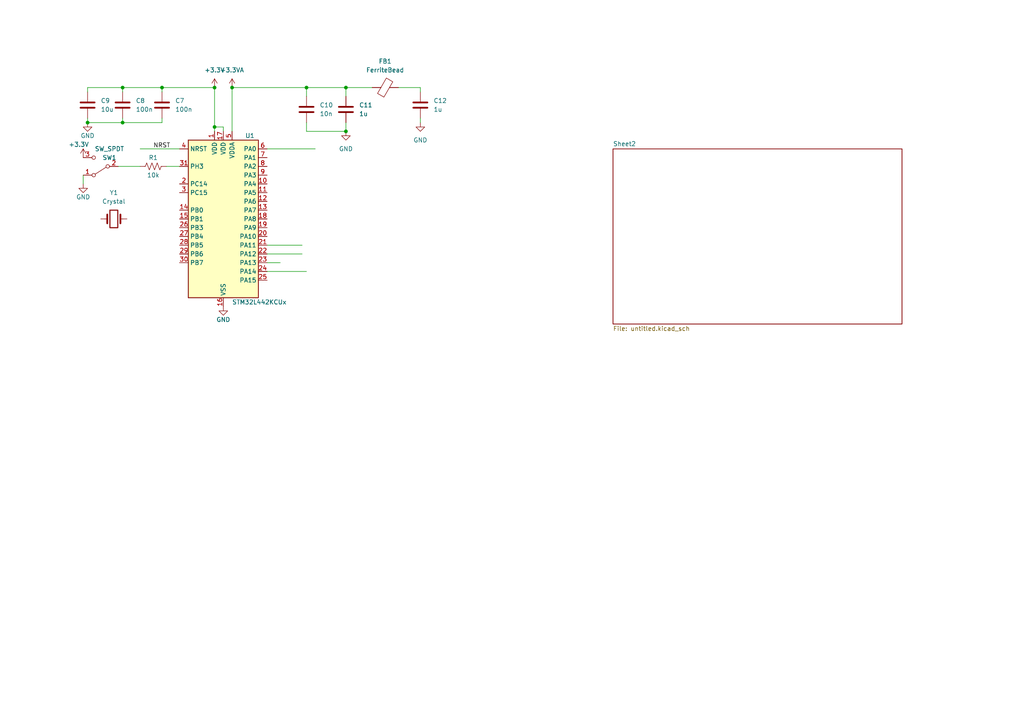
<source format=kicad_sch>
(kicad_sch (version 20230121) (generator eeschema)
  (paper "A4")
  (lib_symbols
    (symbol "Device:C" (pin_numbers hide) (pin_names (offset 0.254))
      (property "Reference" "C" (at 0.635 2.54 0))
      (property "Value" "C" (at 0.635 -2.54 0))
      (symbol "C_0_1"
        (polyline (pts (xy -2.032 -0.762) (xy 2.032 -0.762)) (stroke (width 0.508)))
        (polyline (pts (xy -2.032 0.762) (xy 2.032 0.762)) (stroke (width 0.508)))
      )
      (symbol "C_1_1"
        (pin passive line (at 0 3.81 270) (length 2.794) (name "~") (number "1"))
        (pin passive line (at 0 -3.81 90) (length 2.794) (name "~") (number "2"))
      )
    )
    (symbol "Device:Crystal" (pin_numbers hide) (pin_names (offset 1.016) hide)
      (property "Reference" "Y" (at 0 3.81 0))
      (property "Value" "Crystal" (at 0 -3.81 0))
      (symbol "Crystal_0_1"
        (rectangle (start -1.143 2.54) (end 1.143 -2.54) (stroke (width 0.3048)))
        (polyline (pts (xy -2.54 0) (xy -1.905 0)))
        (polyline (pts (xy -1.905 -1.27) (xy -1.905 1.27)) (stroke (width 0.508)))
        (polyline (pts (xy 1.905 -1.27) (xy 1.905 1.27)) (stroke (width 0.508)))
        (polyline (pts (xy 2.54 0) (xy 1.905 0)))
      )
      (symbol "Crystal_1_1"
        (pin passive line (at -3.81 0 0) (length 1.27) (name "1") (number "1"))
        (pin passive line (at 3.81 0 180) (length 1.27) (name "2") (number "2"))
      )
    )
    (symbol "Device:FerriteBead" (pin_numbers hide) (pin_names (offset 0))
      (property "Reference" "FB" (at -3.81 0.635 90))
      (property "Value" "FerriteBead" (at 3.81 0 90))
      (symbol "FerriteBead_0_1"
        (polyline (pts (xy 0 -1.27) (xy 0 -1.2192)))
        (polyline (pts (xy 0 1.27) (xy 0 1.2954)))
        (polyline (pts (xy -2.7686 0.4064) (xy -1.7018 2.2606) (xy 2.7686 -0.3048) (xy 1.6764 -2.159) (xy -2.7686 0.4064)))
      )
      (symbol "FerriteBead_1_1"
        (pin passive line (at 0 3.81 270) (length 2.54) (name "~") (number "1"))
        (pin passive line (at 0 -3.81 90) (length 2.54) (name "~") (number "2"))
      )
    )
    (symbol "Device:R_US" (pin_numbers hide) (pin_names (offset 0))
      (property "Reference" "R" (at 2.54 0 90))
      (property "Value" "R_US" (at -2.54 0 90))
      (symbol "R_US_0_1"
        (polyline (pts (xy 0 -2.286) (xy 0 -2.54)))
        (polyline (pts (xy 0 2.286) (xy 0 2.54)))
        (polyline (pts (xy 0 -0.762) (xy 1.016 -1.143) (xy 0 -1.524) (xy -1.016 -1.905) (xy 0 -2.286)))
        (polyline (pts (xy 0 0.762) (xy 1.016 0.381) (xy 0 0) (xy -1.016 -0.381) (xy 0 -0.762)))
        (polyline (pts (xy 0 2.286) (xy 1.016 1.905) (xy 0 1.524) (xy -1.016 1.143) (xy 0 0.762)))
      )
      (symbol "R_US_1_1"
        (pin passive line (at 0 3.81 270) (length 1.27) (name "~") (number "1"))
        (pin passive line (at 0 -3.81 90) (length 1.27) (name "~") (number "2"))
      )
    )
    (symbol "MCU_ST_STM32L4:STM32L442KCUx"
      (property "Reference" "U" (at -10.16 24.13 0))
      (property "Value" "STM32L442KCUx" (at 5.08 24.13 0))
      (symbol "STM32L442KCUx_0_1"
        (rectangle (start -10.16 -22.86) (end 10.16 22.86) (stroke (width 0.254)) (fill (type background)))
      )
      (symbol "STM32L442KCUx_1_1"
        (pin power_in line (at -2.54 25.4 270) (length 2.54) (name "VDD") (number "1"))
        (pin bidirectional line (at 12.7 10.16 180) (length 2.54) (name "PA4") (number "10"))
        (pin bidirectional line (at 12.7 7.62 180) (length 2.54) (name "PA5") (number "11"))
        (pin bidirectional line (at 12.7 5.08 180) (length 2.54) (name "PA6") (number "12"))
        (pin bidirectional line (at 12.7 2.54 180) (length 2.54) (name "PA7") (number "13"))
        (pin bidirectional line (at -12.7 2.54 0) (length 2.54) (name "PB0") (number "14"))
        (pin bidirectional line (at -12.7 0 0) (length 2.54) (name "PB1") (number "15"))
        (pin power_in line (at 0 -25.4 90) (length 2.54) (name "VSS") (number "16"))
        (pin power_in line (at 0 25.4 270) (length 2.54) (name "VDD") (number "17"))
        (pin bidirectional line (at 12.7 0 180) (length 2.54) (name "PA8") (number "18"))
        (pin bidirectional line (at 12.7 -2.54 180) (length 2.54) (name "PA9") (number "19"))
        (pin bidirectional line (at -12.7 10.16 0) (length 2.54) (name "PC14") (number "2"))
        (pin bidirectional line (at 12.7 -5.08 180) (length 2.54) (name "PA10") (number "20"))
        (pin bidirectional line (at 12.7 -7.62 180) (length 2.54) (name "PA11") (number "21"))
        (pin bidirectional line (at 12.7 -10.16 180) (length 2.54) (name "PA12") (number "22"))
        (pin bidirectional line (at 12.7 -12.7 180) (length 2.54) (name "PA13") (number "23"))
        (pin bidirectional line (at 12.7 -15.24 180) (length 2.54) (name "PA14") (number "24"))
        (pin bidirectional line (at 12.7 -17.78 180) (length 2.54) (name "PA15") (number "25"))
        (pin bidirectional line (at -12.7 -2.54 0) (length 2.54) (name "PB3") (number "26"))
        (pin bidirectional line (at -12.7 -5.08 0) (length 2.54) (name "PB4") (number "27"))
        (pin bidirectional line (at -12.7 -7.62 0) (length 2.54) (name "PB5") (number "28"))
        (pin bidirectional line (at -12.7 -10.16 0) (length 2.54) (name "PB6") (number "29"))
        (pin bidirectional line (at -12.7 7.62 0) (length 2.54) (name "PC15") (number "3"))
        (pin bidirectional line (at -12.7 -12.7 0) (length 2.54) (name "PB7") (number "30"))
        (pin bidirectional line (at -12.7 15.24 0) (length 2.54) (name "PH3") (number "31"))
        (pin passive line (at 0 -25.4 90) (length 2.54) hide (name "VSS") (number "32"))
        (pin passive line (at 0 -25.4 90) (length 2.54) hide (name "VSS") (number "33"))
        (pin input line (at -12.7 20.32 0) (length 2.54) (name "NRST") (number "4"))
        (pin power_in line (at 2.54 25.4 270) (length 2.54) (name "VDDA") (number "5"))
        (pin bidirectional line (at 12.7 20.32 180) (length 2.54) (name "PA0") (number "6"))
        (pin bidirectional line (at 12.7 17.78 180) (length 2.54) (name "PA1") (number "7"))
        (pin bidirectional line (at 12.7 15.24 180) (length 2.54) (name "PA2") (number "8"))
        (pin bidirectional line (at 12.7 12.7 180) (length 2.54) (name "PA3") (number "9"))
      )
    )
    (symbol "Switch:SW_SPDT" (pin_names (offset 0) hide)
      (property "Reference" "SW" (at 0 4.318 0))
      (property "Value" "SW_SPDT" (at 0 -5.08 0))
      (symbol "SW_SPDT_0_0"
        (circle (center -2.032 0) (radius 0.508))
        (circle (center 2.032 -2.54) (radius 0.508))
      )
      (symbol "SW_SPDT_0_1"
        (polyline (pts (xy -1.524 0.254) (xy 1.651 2.286)))
        (circle (center 2.032 2.54) (radius 0.508))
      )
      (symbol "SW_SPDT_1_1"
        (pin passive line (at 5.08 2.54 180) (length 2.54) (name "A") (number "1"))
        (pin passive line (at -5.08 0 0) (length 2.54) (name "B") (number "2"))
        (pin passive line (at 5.08 -2.54 180) (length 2.54) (name "C") (number "3"))
      )
    )
    (symbol "power:+3.3V" (power) (pin_names (offset 0))
      (property "Value" "+3.3V" (at 0 3.556 0))
      (symbol "+3.3V_0_1"
        (polyline (pts (xy -0.762 1.27) (xy 0 2.54)))
        (polyline (pts (xy 0 0) (xy 0 2.54)))
        (polyline (pts (xy 0 2.54) (xy 0.762 1.27)))
      )
      (symbol "+3.3V_1_1"
        (pin power_in line (at 0 0 90) (length 0) hide (name "+3.3V") (number "1"))
      )
    )
    (symbol "power:+3.3VA" (power) (pin_names (offset 0))
      (property "Value" "+3.3VA" (at 0 3.556 0))
      (symbol "+3.3VA_0_1"
        (polyline (pts (xy -0.762 1.27) (xy 0 2.54)))
        (polyline (pts (xy 0 0) (xy 0 2.54)))
        (polyline (pts (xy 0 2.54) (xy 0.762 1.27)))
      )
      (symbol "+3.3VA_1_1"
        (pin power_in line (at 0 0 90) (length 0) hide (name "+3.3VA") (number "1"))
      )
    )
    (symbol "power:GND" (power) (pin_names (offset 0))
      (property "Value" "GND" (at 0 -3.81 0))
      (symbol "GND_0_1"
        (polyline (pts (xy 0 0) (xy 0 -1.27) (xy 1.27 -1.27) (xy 0 -2.54) (xy -1.27 -1.27) (xy 0 -1.27)))
      )
      (symbol "GND_1_1"
        (pin power_in line (at 0 0 270) (length 0) hide (name "GND") (number "1"))
      )
    )
  )
  (junction (at 100.33 38.1))
  (junction (at 62.23 36.83))
  (junction (at 46.99 25.4))
  (junction (at 62.23 25.4))
  (junction (at 35.56 35.56))
  (junction (at 67.31 25.4))
  (junction (at 100.33 25.4))
  (junction (at 88.9 25.4))
  (junction (at 25.4 35.56))
  (junction (at 35.56 25.4))
  (wire (pts (xy 77.47 76.2) (xy 81.28 76.2)))
  (wire (pts (xy 67.31 25.4) (xy 88.9 25.4)))
  (wire (pts (xy 88.9 25.4) (xy 100.33 25.4)))
  (wire (pts (xy 88.9 25.4) (xy 88.9 27.94)))
  (wire (pts (xy 46.99 35.56) (xy 46.99 34.29)))
  (wire (pts (xy 121.92 34.29) (xy 121.92 35.56)))
  (wire (pts (xy 100.33 25.4) (xy 100.33 27.94)))
  (wire (pts (xy 77.47 71.12) (xy 87.63 71.12)))
  (wire (pts (xy 46.99 25.4) (xy 46.99 26.67)))
  (wire (pts (xy 115.57 25.4) (xy 121.92 25.4)))
  (wire (pts (xy 48.26 48.26) (xy 52.07 48.26)))
  (wire (pts (xy 121.92 25.4) (xy 121.92 26.67)))
  (wire (pts (xy 35.56 35.56) (xy 46.99 35.56)))
  (wire (pts (xy 67.31 25.4) (xy 67.31 38.1)))
  (wire (pts (xy 40.64 43.18) (xy 52.07 43.18)))
  (wire (pts (xy 25.4 35.56) (xy 35.56 35.56)))
  (wire (pts (xy 77.47 78.74) (xy 88.9 78.74)))
  (wire (pts (xy 88.9 38.1) (xy 100.33 38.1)))
  (wire (pts (xy 100.33 25.4) (xy 107.95 25.4)))
  (wire (pts (xy 64.77 36.83) (xy 64.77 38.1)))
  (wire (pts (xy 35.56 35.56) (xy 35.56 34.29)))
  (wire (pts (xy 88.9 35.56) (xy 88.9 38.1)))
  (wire (pts (xy 25.4 25.4) (xy 25.4 26.67)))
  (wire (pts (xy 34.29 48.26) (xy 40.64 48.26)))
  (wire (pts (xy 77.47 73.66) (xy 87.63 73.66)))
  (wire (pts (xy 35.56 25.4) (xy 35.56 26.67)))
  (wire (pts (xy 24.13 50.8) (xy 24.13 53.34)))
  (wire (pts (xy 62.23 25.4) (xy 62.23 36.83)))
  (wire (pts (xy 100.33 35.56) (xy 100.33 38.1)))
  (wire (pts (xy 25.4 25.4) (xy 35.56 25.4)))
  (wire (pts (xy 77.47 43.18) (xy 91.44 43.18)))
  (wire (pts (xy 35.56 25.4) (xy 46.99 25.4)))
  (wire (pts (xy 62.23 36.83) (xy 64.77 36.83)))
  (wire (pts (xy 25.4 34.29) (xy 25.4 35.56)))
  (wire (pts (xy 46.99 25.4) (xy 62.23 25.4)))
  (wire (pts (xy 62.23 36.83) (xy 62.23 38.1)))
  (label "NRST" (at 44.45 43.18 0))
  (symbol (lib_id "Device:C") (at 100.33 31.75 0) (unit 1)
    (property "Reference" "C11" (at 104.14 30.48 0) (effects (justify left)))
    (property "Value" "1u" (at 104.14 33.02 0) (effects (justify left)))
  )
  (symbol (lib_id "Device:C") (at 25.4 30.48 0) (unit 1)
    (property "Reference" "C9" (at 29.21 29.21 0) (effects (justify left)))
    (property "Value" "10u" (at 29.21 31.75 0) (effects (justify left)))
  )
  (symbol (lib_id "Device:C") (at 121.92 30.48 0) (unit 1)
    (property "Reference" "C12" (at 125.73 29.21 0) (effects (justify left)))
    (property "Value" "1u" (at 125.73 31.75 0) (effects (justify left)))
  )
  (symbol (lib_id "Device:C") (at 88.9 31.75 0) (unit 1)
    (property "Reference" "C10" (at 92.71 30.48 0) (effects (justify left)))
    (property "Value" "10n" (at 92.71 33.02 0) (effects (justify left)))
  )
  (symbol (lib_id "Device:R_US") (at 44.45 48.26 90) (unit 1)
    (property "Reference" "R1" (at 44.45 45.72 90))
    (property "Value" "10k" (at 44.45 50.8 90))
  )
  (symbol (lib_id "power:GND") (at 121.92 35.56 0) (unit 1)
    (property "Reference" "#PWR09" (effects hide))
    (property "Value" "GND" (at 121.92 40.64 0))
  )
  (symbol (lib_id "Switch:SW_SPDT") (at 29.21 48.26 180) (unit 1)
    (property "Reference" "SW1" (at 31.75 45.72 0))
    (property "Value" "SW_SPDT" (at 31.75 43.18 0))
  )
  (symbol (lib_id "power:GND") (at 25.4 35.56 0) (unit 1)
    (property "Reference" "#PWR06" (effects hide))
    (property "Value" "GND" (at 25.4 39.37 0))
  )
  (symbol (lib_id "power:GND") (at 100.33 38.1 0) (unit 1)
    (property "Reference" "#PWR08" (effects hide))
    (property "Value" "GND" (at 100.33 43.18 0))
  )
  (symbol (lib_id "power:GND") (at 24.13 53.34 0) (unit 1)
    (property "Reference" "#PWR011" (effects hide))
    (property "Value" "GND" (at 24.13 57.15 0))
  )
  (symbol (lib_id "Device:FerriteBead") (at 111.76 25.4 90) (unit 1)
    (property "Reference" "FB1" (at 111.7092 17.78 90))
    (property "Value" "FerriteBead" (at 111.7092 20.32 90))
  )
  (symbol (lib_id "power:+3.3V") (at 24.13 45.72 0) (unit 1)
    (property "Reference" "#PWR010" (effects hide))
    (property "Value" "+3.3V" (at 22.86 41.91 0))
  )
  (symbol (lib_id "power:+3.3VA") (at 67.31 25.4 0) (unit 1)
    (property "Reference" "#PWR07" (effects hide))
    (property "Value" "+3.3VA" (at 67.31 20.32 0))
  )
  (symbol (lib_id "power:GND") (at 64.77 88.9 0) (unit 1)
    (property "Reference" "#PWR04" (effects hide))
    (property "Value" "GND" (at 64.77 92.71 0))
  )
  (symbol (lib_id "Device:C") (at 46.99 30.48 0) (unit 1)
    (property "Reference" "C7" (at 50.8 29.21 0) (effects (justify left)))
    (property "Value" "100n" (at 50.8 31.75 0) (effects (justify left)))
  )
  (symbol (lib_id "Device:C") (at 35.56 30.48 0) (unit 1)
    (property "Reference" "C8" (at 39.37 29.21 0) (effects (justify left)))
    (property "Value" "100n" (at 39.37 31.75 0) (effects (justify left)))
  )
  (symbol (lib_id "power:+3.3V") (at 62.23 25.4 0) (unit 1)
    (property "Reference" "#PWR05" (effects hide))
    (property "Value" "+3.3V" (at 62.23 20.32 0))
  )
  (symbol (lib_id "MCU_ST_STM32L4:STM32L442KCUx") (at 64.77 63.5 0) (unit 1)
    (property "Reference" "U1" (at 71.12 39.37 0) (effects (justify left)))
    (property "Value" "STM32L442KCUx" (at 67.31 87.63 0) (effects (justify left)))
    (property "Footprint" "Package_DFN_QFN:QFN-32-1EP_5x5mm_P0.5mm_EP3.45x3.45mm" (effects hide))
    (property "Datasheet" "https://www.st.com/resource/en/datasheet/stm32l442kc.pdf" (effects hide))
  )
  (symbol (lib_id "Device:Crystal") (at 33.02 63.5 0) (unit 1)
    (property "Reference" "Y1" (at 33.02 55.88 0))
    (property "Value" "Crystal" (at 33.02 58.42 0))
  )
  (sheet (at 177.8 43.18) (size 83.82 50.8) (stroke (width 0.1524))
    (property "Sheetname" "Sheet2" (at 177.8 42.4684 0) (effects (justify left bottom)))
    (property "Sheetfile" "untitled.kicad_sch" (at 177.8 94.5646 0) (effects (justify left top)))
  )
)
</source>
